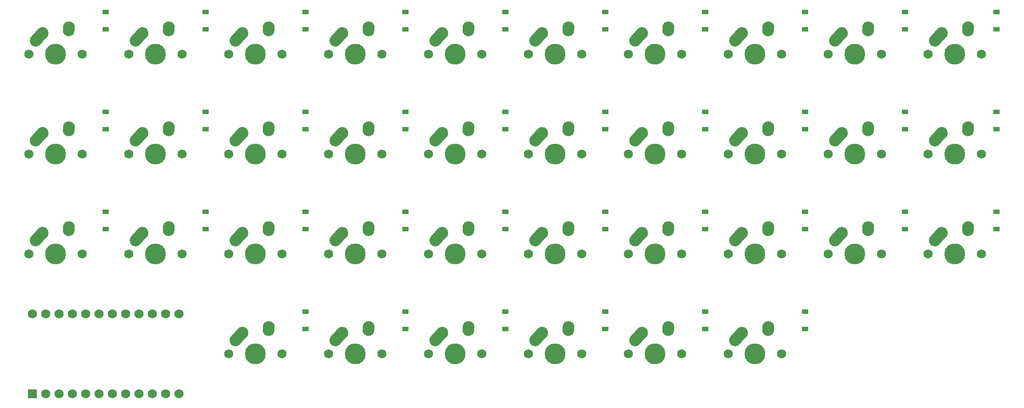
<source format=gbr>
%TF.GenerationSoftware,KiCad,Pcbnew,(5.99.0-9795-gc3c3649211)*%
%TF.CreationDate,2021-06-10T22:06:10-05:00*%
%TF.ProjectId,free10u,66726565-3130-4752-9e6b-696361645f70,rev?*%
%TF.SameCoordinates,Original*%
%TF.FileFunction,Soldermask,Bot*%
%TF.FilePolarity,Negative*%
%FSLAX46Y46*%
G04 Gerber Fmt 4.6, Leading zero omitted, Abs format (unit mm)*
G04 Created by KiCad (PCBNEW (5.99.0-9795-gc3c3649211)) date 2021-06-10 22:06:10*
%MOMM*%
%LPD*%
G01*
G04 APERTURE LIST*
G04 Aperture macros list*
%AMHorizOval*
0 Thick line with rounded ends*
0 $1 width*
0 $2 $3 position (X,Y) of the first rounded end (center of the circle)*
0 $4 $5 position (X,Y) of the second rounded end (center of the circle)*
0 Add line between two ends*
20,1,$1,$2,$3,$4,$5,0*
0 Add two circle primitives to create the rounded ends*
1,1,$1,$2,$3*
1,1,$1,$4,$5*%
G04 Aperture macros list end*
%ADD10C,1.752600*%
%ADD11R,1.752600X1.752600*%
%ADD12C,1.750000*%
%ADD13C,2.250000*%
%ADD14C,3.987800*%
%ADD15HorizOval,2.250000X0.655001X0.730000X-0.655001X-0.730000X0*%
%ADD16HorizOval,2.250000X0.020000X0.290000X-0.020000X-0.290000X0*%
%ADD17R,1.200000X0.900000*%
G04 APERTURE END LIST*
D10*
%TO.C,U1*%
X22542500Y-118586250D03*
X50482500Y-133826250D03*
X25082500Y-118586250D03*
X27622500Y-118586250D03*
X30162500Y-118586250D03*
X32702500Y-118586250D03*
X35242500Y-118586250D03*
X37782500Y-118586250D03*
X40322500Y-118586250D03*
X42862500Y-118586250D03*
X45402500Y-118586250D03*
X47942500Y-118586250D03*
X50482500Y-118586250D03*
X47942500Y-133826250D03*
X45402500Y-133826250D03*
X42862500Y-133826250D03*
X40322500Y-133826250D03*
X37782500Y-133826250D03*
X35242500Y-133826250D03*
X32702500Y-133826250D03*
X30162500Y-133826250D03*
X27622500Y-133826250D03*
X25082500Y-133826250D03*
D11*
X22542500Y-133826250D03*
%TD*%
D12*
%TO.C,MX36*%
X165417500Y-126206250D03*
X155257500Y-126206250D03*
D13*
X157837500Y-122206250D03*
D14*
X160337500Y-126206250D03*
D15*
X157182501Y-122936250D03*
D13*
X162877500Y-121126250D03*
D16*
X162857500Y-121416250D03*
%TD*%
D12*
%TO.C,MX35*%
X146367500Y-126206250D03*
X136207500Y-126206250D03*
D13*
X138787500Y-122206250D03*
D14*
X141287500Y-126206250D03*
D15*
X138132501Y-122936250D03*
D13*
X143827500Y-121126250D03*
D16*
X143807500Y-121416250D03*
%TD*%
D12*
%TO.C,MX34*%
X127317500Y-126206250D03*
X117157500Y-126206250D03*
D13*
X119737500Y-122206250D03*
D14*
X122237500Y-126206250D03*
D15*
X119082501Y-122936250D03*
D13*
X124777500Y-121126250D03*
D16*
X124757500Y-121416250D03*
%TD*%
D12*
%TO.C,MX33*%
X108267500Y-126206250D03*
X98107500Y-126206250D03*
D13*
X100687500Y-122206250D03*
D14*
X103187500Y-126206250D03*
D15*
X100032501Y-122936250D03*
D13*
X105727500Y-121126250D03*
D16*
X105707500Y-121416250D03*
%TD*%
D12*
%TO.C,MX32*%
X89217500Y-126206250D03*
X79057500Y-126206250D03*
D13*
X81637500Y-122206250D03*
D14*
X84137500Y-126206250D03*
D15*
X80982501Y-122936250D03*
D13*
X86677500Y-121126250D03*
D16*
X86657500Y-121416250D03*
%TD*%
D12*
%TO.C,MX31*%
X70167500Y-126206250D03*
X60007500Y-126206250D03*
D13*
X62587500Y-122206250D03*
D14*
X65087500Y-126206250D03*
D15*
X61932501Y-122936250D03*
D13*
X67627500Y-121126250D03*
D16*
X67607500Y-121416250D03*
%TD*%
D12*
%TO.C,MX30*%
X203517500Y-107156250D03*
X193357500Y-107156250D03*
D13*
X195937500Y-103156250D03*
D14*
X198437500Y-107156250D03*
D15*
X195282501Y-103886250D03*
D13*
X200977500Y-102076250D03*
D16*
X200957500Y-102366250D03*
%TD*%
D12*
%TO.C,MX29*%
X184467500Y-107156250D03*
X174307500Y-107156250D03*
D13*
X176887500Y-103156250D03*
D14*
X179387500Y-107156250D03*
D15*
X176232501Y-103886250D03*
D13*
X181927500Y-102076250D03*
D16*
X181907500Y-102366250D03*
%TD*%
D12*
%TO.C,MX28*%
X165417500Y-107156250D03*
X155257500Y-107156250D03*
D13*
X157837500Y-103156250D03*
D14*
X160337500Y-107156250D03*
D15*
X157182501Y-103886250D03*
D13*
X162877500Y-102076250D03*
D16*
X162857500Y-102366250D03*
%TD*%
D12*
%TO.C,MX27*%
X146367500Y-107156250D03*
X136207500Y-107156250D03*
D13*
X138787500Y-103156250D03*
D14*
X141287500Y-107156250D03*
D15*
X138132501Y-103886250D03*
D13*
X143827500Y-102076250D03*
D16*
X143807500Y-102366250D03*
%TD*%
D12*
%TO.C,MX26*%
X127317500Y-107156250D03*
X117157500Y-107156250D03*
D13*
X119737500Y-103156250D03*
D14*
X122237500Y-107156250D03*
D15*
X119082501Y-103886250D03*
D13*
X124777500Y-102076250D03*
D16*
X124757500Y-102366250D03*
%TD*%
D12*
%TO.C,MX25*%
X108267500Y-107156250D03*
X98107500Y-107156250D03*
D13*
X100687500Y-103156250D03*
D14*
X103187500Y-107156250D03*
D15*
X100032501Y-103886250D03*
D13*
X105727500Y-102076250D03*
D16*
X105707500Y-102366250D03*
%TD*%
D12*
%TO.C,MX24*%
X89217500Y-107156250D03*
X79057500Y-107156250D03*
D13*
X81637500Y-103156250D03*
D14*
X84137500Y-107156250D03*
D15*
X80982501Y-103886250D03*
D13*
X86677500Y-102076250D03*
D16*
X86657500Y-102366250D03*
%TD*%
D12*
%TO.C,MX23*%
X70167500Y-107156250D03*
X60007500Y-107156250D03*
D13*
X62587500Y-103156250D03*
D14*
X65087500Y-107156250D03*
D15*
X61932501Y-103886250D03*
D13*
X67627500Y-102076250D03*
D16*
X67607500Y-102366250D03*
%TD*%
D12*
%TO.C,MX22*%
X51117500Y-107156250D03*
X40957500Y-107156250D03*
D13*
X43537500Y-103156250D03*
D14*
X46037500Y-107156250D03*
D15*
X42882501Y-103886250D03*
D13*
X48577500Y-102076250D03*
D16*
X48557500Y-102366250D03*
%TD*%
D12*
%TO.C,MX21*%
X32067500Y-107156250D03*
X21907500Y-107156250D03*
D13*
X24487500Y-103156250D03*
D14*
X26987500Y-107156250D03*
D15*
X23832501Y-103886250D03*
D13*
X29527500Y-102076250D03*
D16*
X29507500Y-102366250D03*
%TD*%
D12*
%TO.C,MX20*%
X203517500Y-88106250D03*
X193357500Y-88106250D03*
D13*
X195937500Y-84106250D03*
D14*
X198437500Y-88106250D03*
D15*
X195282501Y-84836250D03*
D13*
X200977500Y-83026250D03*
D16*
X200957500Y-83316250D03*
%TD*%
D12*
%TO.C,MX19*%
X184467500Y-88106250D03*
X174307500Y-88106250D03*
D13*
X176887500Y-84106250D03*
D14*
X179387500Y-88106250D03*
D15*
X176232501Y-84836250D03*
D13*
X181927500Y-83026250D03*
D16*
X181907500Y-83316250D03*
%TD*%
D12*
%TO.C,MX18*%
X165417500Y-88106250D03*
X155257500Y-88106250D03*
D13*
X157837500Y-84106250D03*
D14*
X160337500Y-88106250D03*
D15*
X157182501Y-84836250D03*
D13*
X162877500Y-83026250D03*
D16*
X162857500Y-83316250D03*
%TD*%
D12*
%TO.C,MX17*%
X146367500Y-88106250D03*
X136207500Y-88106250D03*
D13*
X138787500Y-84106250D03*
D14*
X141287500Y-88106250D03*
D15*
X138132501Y-84836250D03*
D13*
X143827500Y-83026250D03*
D16*
X143807500Y-83316250D03*
%TD*%
D12*
%TO.C,MX16*%
X127317500Y-88106250D03*
X117157500Y-88106250D03*
D13*
X119737500Y-84106250D03*
D14*
X122237500Y-88106250D03*
D15*
X119082501Y-84836250D03*
D13*
X124777500Y-83026250D03*
D16*
X124757500Y-83316250D03*
%TD*%
D12*
%TO.C,MX15*%
X108267500Y-88106250D03*
X98107500Y-88106250D03*
D13*
X100687500Y-84106250D03*
D14*
X103187500Y-88106250D03*
D15*
X100032501Y-84836250D03*
D13*
X105727500Y-83026250D03*
D16*
X105707500Y-83316250D03*
%TD*%
D12*
%TO.C,MX14*%
X89217500Y-88106250D03*
X79057500Y-88106250D03*
D13*
X81637500Y-84106250D03*
D14*
X84137500Y-88106250D03*
D15*
X80982501Y-84836250D03*
D13*
X86677500Y-83026250D03*
D16*
X86657500Y-83316250D03*
%TD*%
D12*
%TO.C,MX13*%
X70167500Y-88106250D03*
X60007500Y-88106250D03*
D13*
X62587500Y-84106250D03*
D14*
X65087500Y-88106250D03*
D15*
X61932501Y-84836250D03*
D13*
X67627500Y-83026250D03*
D16*
X67607500Y-83316250D03*
%TD*%
D12*
%TO.C,MX12*%
X51117500Y-88106250D03*
X40957500Y-88106250D03*
D13*
X43537500Y-84106250D03*
D14*
X46037500Y-88106250D03*
D15*
X42882501Y-84836250D03*
D13*
X48577500Y-83026250D03*
D16*
X48557500Y-83316250D03*
%TD*%
D12*
%TO.C,MX11*%
X32067500Y-88106250D03*
X21907500Y-88106250D03*
D13*
X24487500Y-84106250D03*
D14*
X26987500Y-88106250D03*
D15*
X23832501Y-84836250D03*
D13*
X29527500Y-83026250D03*
D16*
X29507500Y-83316250D03*
%TD*%
D12*
%TO.C,MX10*%
X203517500Y-69056250D03*
X193357500Y-69056250D03*
D13*
X195937500Y-65056250D03*
D14*
X198437500Y-69056250D03*
D15*
X195282501Y-65786250D03*
D13*
X200977500Y-63976250D03*
D16*
X200957500Y-64266250D03*
%TD*%
D12*
%TO.C,MX9*%
X184467500Y-69056250D03*
X174307500Y-69056250D03*
D13*
X176887500Y-65056250D03*
D14*
X179387500Y-69056250D03*
D15*
X176232501Y-65786250D03*
D13*
X181927500Y-63976250D03*
D16*
X181907500Y-64266250D03*
%TD*%
D12*
%TO.C,MX8*%
X165417500Y-69056250D03*
X155257500Y-69056250D03*
D13*
X157837500Y-65056250D03*
D14*
X160337500Y-69056250D03*
D15*
X157182501Y-65786250D03*
D13*
X162877500Y-63976250D03*
D16*
X162857500Y-64266250D03*
%TD*%
D12*
%TO.C,MX7*%
X146367500Y-69056250D03*
X136207500Y-69056250D03*
D13*
X138787500Y-65056250D03*
D14*
X141287500Y-69056250D03*
D15*
X138132501Y-65786250D03*
D13*
X143827500Y-63976250D03*
D16*
X143807500Y-64266250D03*
%TD*%
D12*
%TO.C,MX6*%
X127317500Y-69056250D03*
X117157500Y-69056250D03*
D13*
X119737500Y-65056250D03*
D14*
X122237500Y-69056250D03*
D15*
X119082501Y-65786250D03*
D13*
X124777500Y-63976250D03*
D16*
X124757500Y-64266250D03*
%TD*%
D12*
%TO.C,MX5*%
X108267500Y-69056250D03*
X98107500Y-69056250D03*
D13*
X100687500Y-65056250D03*
D14*
X103187500Y-69056250D03*
D15*
X100032501Y-65786250D03*
D13*
X105727500Y-63976250D03*
D16*
X105707500Y-64266250D03*
%TD*%
D12*
%TO.C,MX4*%
X89217500Y-69056250D03*
X79057500Y-69056250D03*
D13*
X81637500Y-65056250D03*
D14*
X84137500Y-69056250D03*
D15*
X80982501Y-65786250D03*
D13*
X86677500Y-63976250D03*
D16*
X86657500Y-64266250D03*
%TD*%
D12*
%TO.C,MX3*%
X70167500Y-69056250D03*
X60007500Y-69056250D03*
D13*
X62587500Y-65056250D03*
D14*
X65087500Y-69056250D03*
D15*
X61932501Y-65786250D03*
D13*
X67627500Y-63976250D03*
D16*
X67607500Y-64266250D03*
%TD*%
D12*
%TO.C,MX2*%
X51117500Y-69056250D03*
X40957500Y-69056250D03*
D13*
X43537500Y-65056250D03*
D14*
X46037500Y-69056250D03*
D15*
X42882501Y-65786250D03*
D13*
X48577500Y-63976250D03*
D16*
X48557500Y-64266250D03*
%TD*%
D12*
%TO.C,MX1*%
X32067500Y-69056250D03*
X21907500Y-69056250D03*
D13*
X24487500Y-65056250D03*
D14*
X26987500Y-69056250D03*
D15*
X23832501Y-65786250D03*
D13*
X29527500Y-63976250D03*
D16*
X29507500Y-64266250D03*
%TD*%
D17*
%TO.C,D36*%
X169862500Y-121506250D03*
X169862500Y-118206250D03*
%TD*%
%TO.C,D35*%
X150812500Y-121506250D03*
X150812500Y-118206250D03*
%TD*%
%TO.C,D34*%
X131762500Y-121506250D03*
X131762500Y-118206250D03*
%TD*%
%TO.C,D33*%
X112712500Y-121506250D03*
X112712500Y-118206250D03*
%TD*%
%TO.C,D32*%
X93662500Y-121506250D03*
X93662500Y-118206250D03*
%TD*%
%TO.C,D31*%
X74612500Y-121506250D03*
X74612500Y-118206250D03*
%TD*%
%TO.C,D30*%
X206375000Y-102456250D03*
X206375000Y-99156250D03*
%TD*%
%TO.C,D29*%
X188912500Y-102456250D03*
X188912500Y-99156250D03*
%TD*%
%TO.C,D28*%
X169862500Y-102456250D03*
X169862500Y-99156250D03*
%TD*%
%TO.C,D27*%
X150812500Y-102456250D03*
X150812500Y-99156250D03*
%TD*%
%TO.C,D26*%
X131762500Y-102456250D03*
X131762500Y-99156250D03*
%TD*%
%TO.C,D25*%
X112712500Y-102456250D03*
X112712500Y-99156250D03*
%TD*%
%TO.C,D24*%
X93662500Y-102456250D03*
X93662500Y-99156250D03*
%TD*%
%TO.C,D23*%
X74612500Y-102456250D03*
X74612500Y-99156250D03*
%TD*%
%TO.C,D22*%
X55562500Y-102456250D03*
X55562500Y-99156250D03*
%TD*%
%TO.C,D21*%
X36512500Y-102456250D03*
X36512500Y-99156250D03*
%TD*%
%TO.C,D20*%
X206375000Y-83406250D03*
X206375000Y-80106250D03*
%TD*%
%TO.C,D19*%
X188912500Y-83406250D03*
X188912500Y-80106250D03*
%TD*%
%TO.C,D18*%
X169862500Y-83406250D03*
X169862500Y-80106250D03*
%TD*%
%TO.C,D17*%
X150812500Y-83406250D03*
X150812500Y-80106250D03*
%TD*%
%TO.C,D16*%
X131762500Y-83406250D03*
X131762500Y-80106250D03*
%TD*%
%TO.C,D15*%
X112712500Y-83406250D03*
X112712500Y-80106250D03*
%TD*%
%TO.C,D14*%
X93662500Y-83406250D03*
X93662500Y-80106250D03*
%TD*%
%TO.C,D13*%
X74612500Y-83406250D03*
X74612500Y-80106250D03*
%TD*%
%TO.C,D12*%
X55562500Y-83406250D03*
X55562500Y-80106250D03*
%TD*%
%TO.C,D11*%
X36512500Y-83406250D03*
X36512500Y-80106250D03*
%TD*%
%TO.C,D10*%
X206375000Y-64356250D03*
X206375000Y-61056250D03*
%TD*%
%TO.C,D9*%
X188912500Y-64356250D03*
X188912500Y-61056250D03*
%TD*%
%TO.C,D8*%
X169862500Y-64356250D03*
X169862500Y-61056250D03*
%TD*%
%TO.C,D7*%
X150812500Y-64356250D03*
X150812500Y-61056250D03*
%TD*%
%TO.C,D6*%
X131762500Y-64356250D03*
X131762500Y-61056250D03*
%TD*%
%TO.C,D5*%
X112712500Y-64356250D03*
X112712500Y-61056250D03*
%TD*%
%TO.C,D4*%
X93662500Y-64356250D03*
X93662500Y-61056250D03*
%TD*%
%TO.C,D3*%
X74612500Y-64356250D03*
X74612500Y-61056250D03*
%TD*%
%TO.C,D2*%
X55562500Y-64356250D03*
X55562500Y-61056250D03*
%TD*%
%TO.C,D1*%
X36512500Y-64356250D03*
X36512500Y-61056250D03*
%TD*%
M02*

</source>
